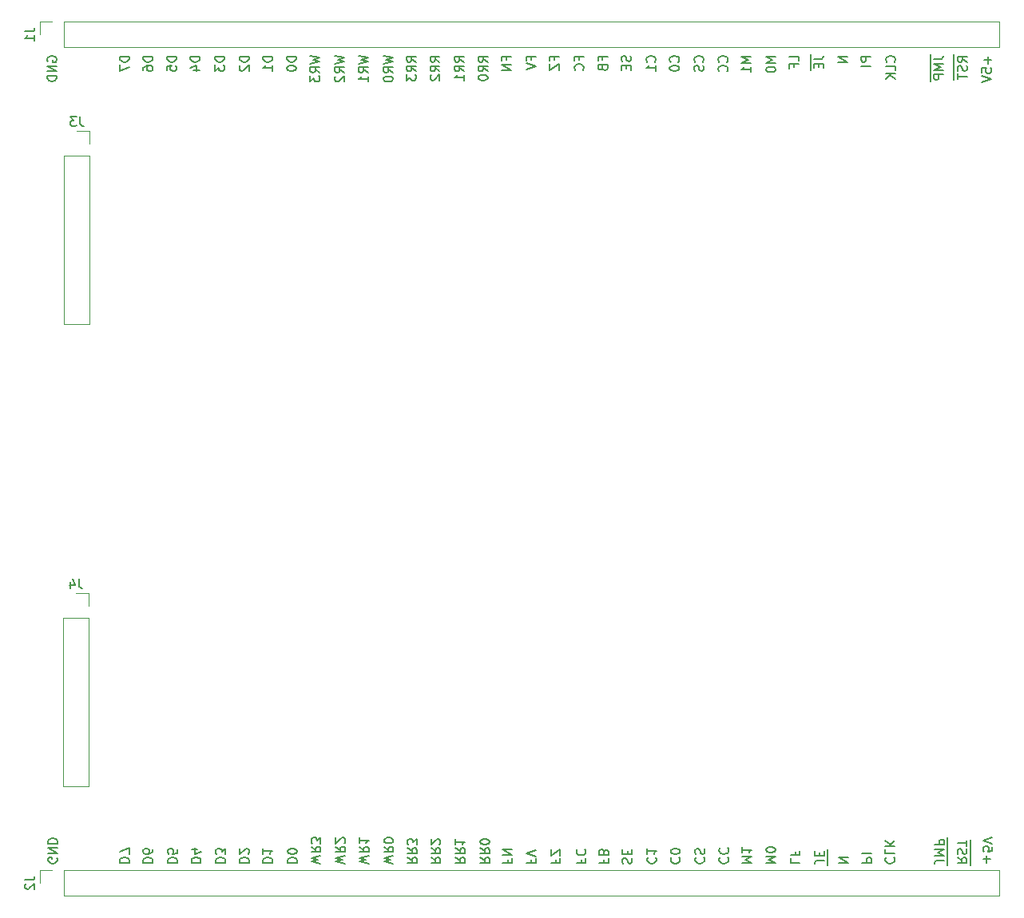
<source format=gbo>
G04 #@! TF.GenerationSoftware,KiCad,Pcbnew,(5.1.9)-1*
G04 #@! TF.CreationDate,2021-11-21T16:09:14-05:00*
G04 #@! TF.ProjectId,flags,666c6167-732e-46b6-9963-61645f706362,1.0*
G04 #@! TF.SameCoordinates,Original*
G04 #@! TF.FileFunction,Legend,Bot*
G04 #@! TF.FilePolarity,Positive*
%FSLAX46Y46*%
G04 Gerber Fmt 4.6, Leading zero omitted, Abs format (unit mm)*
G04 Created by KiCad (PCBNEW (5.1.9)-1) date 2021-11-21 16:09:14*
%MOMM*%
%LPD*%
G01*
G04 APERTURE LIST*
%ADD10C,0.150000*%
%ADD11C,0.120000*%
%ADD12O,1.700000X1.700000*%
%ADD13R,1.700000X1.700000*%
%ADD14O,1.600000X1.600000*%
%ADD15R,1.600000X1.600000*%
G04 APERTURE END LIST*
D10*
X181315000Y-134102500D02*
X181315000Y-133340595D01*
X180947619Y-133578690D02*
X180233333Y-133578690D01*
X180090476Y-133626309D01*
X179995238Y-133721547D01*
X179947619Y-133864404D01*
X179947619Y-133959642D01*
X181315000Y-133340595D02*
X181315000Y-132197738D01*
X179947619Y-133102500D02*
X180947619Y-133102500D01*
X180233333Y-132769166D01*
X180947619Y-132435833D01*
X179947619Y-132435833D01*
X181315000Y-132197738D02*
X181315000Y-131197738D01*
X179947619Y-131959642D02*
X180947619Y-131959642D01*
X180947619Y-131578690D01*
X180900000Y-131483452D01*
X180852380Y-131435833D01*
X180757142Y-131388214D01*
X180614285Y-131388214D01*
X180519047Y-131435833D01*
X180471428Y-131483452D01*
X180423809Y-131578690D01*
X180423809Y-131959642D01*
X179485000Y-48097500D02*
X179485000Y-48859404D01*
X179852380Y-48621309D02*
X180566666Y-48621309D01*
X180709523Y-48573690D01*
X180804761Y-48478452D01*
X180852380Y-48335595D01*
X180852380Y-48240357D01*
X179485000Y-48859404D02*
X179485000Y-50002261D01*
X180852380Y-49097500D02*
X179852380Y-49097500D01*
X180566666Y-49430833D01*
X179852380Y-49764166D01*
X180852380Y-49764166D01*
X179485000Y-50002261D02*
X179485000Y-51002261D01*
X180852380Y-50240357D02*
X179852380Y-50240357D01*
X179852380Y-50621309D01*
X179900000Y-50716547D01*
X179947619Y-50764166D01*
X180042857Y-50811785D01*
X180185714Y-50811785D01*
X180280952Y-50764166D01*
X180328571Y-50716547D01*
X180376190Y-50621309D01*
X180376190Y-50240357D01*
X147704761Y-48287976D02*
X147752380Y-48430833D01*
X147752380Y-48668928D01*
X147704761Y-48764166D01*
X147657142Y-48811785D01*
X147561904Y-48859404D01*
X147466666Y-48859404D01*
X147371428Y-48811785D01*
X147323809Y-48764166D01*
X147276190Y-48668928D01*
X147228571Y-48478452D01*
X147180952Y-48383214D01*
X147133333Y-48335595D01*
X147038095Y-48287976D01*
X146942857Y-48287976D01*
X146847619Y-48335595D01*
X146800000Y-48383214D01*
X146752380Y-48478452D01*
X146752380Y-48716547D01*
X146800000Y-48859404D01*
X147228571Y-49287976D02*
X147228571Y-49621309D01*
X147752380Y-49764166D02*
X147752380Y-49287976D01*
X146752380Y-49287976D01*
X146752380Y-49764166D01*
X146895238Y-133912023D02*
X146847619Y-133769166D01*
X146847619Y-133531071D01*
X146895238Y-133435833D01*
X146942857Y-133388214D01*
X147038095Y-133340595D01*
X147133333Y-133340595D01*
X147228571Y-133388214D01*
X147276190Y-133435833D01*
X147323809Y-133531071D01*
X147371428Y-133721547D01*
X147419047Y-133816785D01*
X147466666Y-133864404D01*
X147561904Y-133912023D01*
X147657142Y-133912023D01*
X147752380Y-133864404D01*
X147800000Y-133816785D01*
X147847619Y-133721547D01*
X147847619Y-133483452D01*
X147800000Y-133340595D01*
X147371428Y-132912023D02*
X147371428Y-132578690D01*
X146847619Y-132435833D02*
X146847619Y-132912023D01*
X147847619Y-132912023D01*
X147847619Y-132435833D01*
X97052380Y-48335595D02*
X96052380Y-48335595D01*
X96052380Y-48573690D01*
X96100000Y-48716547D01*
X96195238Y-48811785D01*
X96290476Y-48859404D01*
X96480952Y-48907023D01*
X96623809Y-48907023D01*
X96814285Y-48859404D01*
X96909523Y-48811785D01*
X97004761Y-48716547D01*
X97052380Y-48573690D01*
X97052380Y-48335595D01*
X96052380Y-49764166D02*
X96052380Y-49573690D01*
X96100000Y-49478452D01*
X96147619Y-49430833D01*
X96290476Y-49335595D01*
X96480952Y-49287976D01*
X96861904Y-49287976D01*
X96957142Y-49335595D01*
X97004761Y-49383214D01*
X97052380Y-49478452D01*
X97052380Y-49668928D01*
X97004761Y-49764166D01*
X96957142Y-49811785D01*
X96861904Y-49859404D01*
X96623809Y-49859404D01*
X96528571Y-49811785D01*
X96480952Y-49764166D01*
X96433333Y-49668928D01*
X96433333Y-49478452D01*
X96480952Y-49383214D01*
X96528571Y-49335595D01*
X96623809Y-49287976D01*
X116352380Y-48240357D02*
X117352380Y-48478452D01*
X116638095Y-48668928D01*
X117352380Y-48859404D01*
X116352380Y-49097500D01*
X117352380Y-50049880D02*
X116876190Y-49716547D01*
X117352380Y-49478452D02*
X116352380Y-49478452D01*
X116352380Y-49859404D01*
X116400000Y-49954642D01*
X116447619Y-50002261D01*
X116542857Y-50049880D01*
X116685714Y-50049880D01*
X116780952Y-50002261D01*
X116828571Y-49954642D01*
X116876190Y-49859404D01*
X116876190Y-49478452D01*
X116447619Y-50430833D02*
X116400000Y-50478452D01*
X116352380Y-50573690D01*
X116352380Y-50811785D01*
X116400000Y-50907023D01*
X116447619Y-50954642D01*
X116542857Y-51002261D01*
X116638095Y-51002261D01*
X116780952Y-50954642D01*
X117352380Y-50383214D01*
X117352380Y-51002261D01*
X127454761Y-48907023D02*
X126978571Y-48573690D01*
X127454761Y-48335595D02*
X126454761Y-48335595D01*
X126454761Y-48716547D01*
X126502381Y-48811785D01*
X126550000Y-48859404D01*
X126645238Y-48907023D01*
X126788095Y-48907023D01*
X126883333Y-48859404D01*
X126930952Y-48811785D01*
X126978571Y-48716547D01*
X126978571Y-48335595D01*
X127454761Y-49907023D02*
X126978571Y-49573690D01*
X127454761Y-49335595D02*
X126454761Y-49335595D01*
X126454761Y-49716547D01*
X126502381Y-49811785D01*
X126550000Y-49859404D01*
X126645238Y-49907023D01*
X126788095Y-49907023D01*
X126883333Y-49859404D01*
X126930952Y-49811785D01*
X126978571Y-49716547D01*
X126978571Y-49335595D01*
X126550000Y-50287976D02*
X126502381Y-50335595D01*
X126454761Y-50430833D01*
X126454761Y-50668928D01*
X126502381Y-50764166D01*
X126550000Y-50811785D01*
X126645238Y-50859404D01*
X126740476Y-50859404D01*
X126883333Y-50811785D01*
X127454761Y-50240357D01*
X127454761Y-50859404D01*
X94552380Y-48335595D02*
X93552380Y-48335595D01*
X93552380Y-48573690D01*
X93600000Y-48716547D01*
X93695238Y-48811785D01*
X93790476Y-48859404D01*
X93980952Y-48907023D01*
X94123809Y-48907023D01*
X94314285Y-48859404D01*
X94409523Y-48811785D01*
X94504761Y-48716547D01*
X94552380Y-48573690D01*
X94552380Y-48335595D01*
X93552380Y-49240357D02*
X93552380Y-49907023D01*
X94552380Y-49478452D01*
X124954761Y-48907023D02*
X124478571Y-48573690D01*
X124954761Y-48335595D02*
X123954761Y-48335595D01*
X123954761Y-48716547D01*
X124002381Y-48811785D01*
X124050000Y-48859404D01*
X124145238Y-48907023D01*
X124288095Y-48907023D01*
X124383333Y-48859404D01*
X124430952Y-48811785D01*
X124478571Y-48716547D01*
X124478571Y-48335595D01*
X124954761Y-49907023D02*
X124478571Y-49573690D01*
X124954761Y-49335595D02*
X123954761Y-49335595D01*
X123954761Y-49716547D01*
X124002381Y-49811785D01*
X124050000Y-49859404D01*
X124145238Y-49907023D01*
X124288095Y-49907023D01*
X124383333Y-49859404D01*
X124430952Y-49811785D01*
X124478571Y-49716547D01*
X124478571Y-49335595D01*
X123954761Y-50240357D02*
X123954761Y-50859404D01*
X124335714Y-50526071D01*
X124335714Y-50668928D01*
X124383333Y-50764166D01*
X124430952Y-50811785D01*
X124526190Y-50859404D01*
X124764285Y-50859404D01*
X124859523Y-50811785D01*
X124907142Y-50764166D01*
X124954761Y-50668928D01*
X124954761Y-50383214D01*
X124907142Y-50287976D01*
X124859523Y-50240357D01*
X112252380Y-48335595D02*
X111252380Y-48335595D01*
X111252380Y-48573690D01*
X111300000Y-48716547D01*
X111395238Y-48811785D01*
X111490476Y-48859404D01*
X111680952Y-48907023D01*
X111823809Y-48907023D01*
X112014285Y-48859404D01*
X112109523Y-48811785D01*
X112204761Y-48716547D01*
X112252380Y-48573690D01*
X112252380Y-48335595D01*
X111252380Y-49526071D02*
X111252380Y-49621309D01*
X111300000Y-49716547D01*
X111347619Y-49764166D01*
X111442857Y-49811785D01*
X111633333Y-49859404D01*
X111871428Y-49859404D01*
X112061904Y-49811785D01*
X112157142Y-49764166D01*
X112204761Y-49716547D01*
X112252380Y-49621309D01*
X112252380Y-49526071D01*
X112204761Y-49430833D01*
X112157142Y-49383214D01*
X112061904Y-49335595D01*
X111871428Y-49287976D01*
X111633333Y-49287976D01*
X111442857Y-49335595D01*
X111347619Y-49383214D01*
X111300000Y-49430833D01*
X111252380Y-49526071D01*
X137128571Y-48668928D02*
X137128571Y-48335595D01*
X137652380Y-48335595D02*
X136652380Y-48335595D01*
X136652380Y-48811785D01*
X136652380Y-49049880D02*
X137652380Y-49383214D01*
X136652380Y-49716547D01*
X113752380Y-48240357D02*
X114752380Y-48478452D01*
X114038095Y-48668928D01*
X114752380Y-48859404D01*
X113752380Y-49097500D01*
X114752380Y-50049880D02*
X114276190Y-49716547D01*
X114752380Y-49478452D02*
X113752380Y-49478452D01*
X113752380Y-49859404D01*
X113800000Y-49954642D01*
X113847619Y-50002261D01*
X113942857Y-50049880D01*
X114085714Y-50049880D01*
X114180952Y-50002261D01*
X114228571Y-49954642D01*
X114276190Y-49859404D01*
X114276190Y-49478452D01*
X113752380Y-50383214D02*
X113752380Y-51002261D01*
X114133333Y-50668928D01*
X114133333Y-50811785D01*
X114180952Y-50907023D01*
X114228571Y-50954642D01*
X114323809Y-51002261D01*
X114561904Y-51002261D01*
X114657142Y-50954642D01*
X114704761Y-50907023D01*
X114752380Y-50811785D01*
X114752380Y-50526071D01*
X114704761Y-50430833D01*
X114657142Y-50383214D01*
X104652380Y-48335595D02*
X103652380Y-48335595D01*
X103652380Y-48573690D01*
X103700000Y-48716547D01*
X103795238Y-48811785D01*
X103890476Y-48859404D01*
X104080952Y-48907023D01*
X104223809Y-48907023D01*
X104414285Y-48859404D01*
X104509523Y-48811785D01*
X104604761Y-48716547D01*
X104652380Y-48573690D01*
X104652380Y-48335595D01*
X103652380Y-49240357D02*
X103652380Y-49859404D01*
X104033333Y-49526071D01*
X104033333Y-49668928D01*
X104080952Y-49764166D01*
X104128571Y-49811785D01*
X104223809Y-49859404D01*
X104461904Y-49859404D01*
X104557142Y-49811785D01*
X104604761Y-49764166D01*
X104652380Y-49668928D01*
X104652380Y-49383214D01*
X104604761Y-49287976D01*
X104557142Y-49240357D01*
X107252380Y-48335595D02*
X106252380Y-48335595D01*
X106252380Y-48573690D01*
X106300000Y-48716547D01*
X106395238Y-48811785D01*
X106490476Y-48859404D01*
X106680952Y-48907023D01*
X106823809Y-48907023D01*
X107014285Y-48859404D01*
X107109523Y-48811785D01*
X107204761Y-48716547D01*
X107252380Y-48573690D01*
X107252380Y-48335595D01*
X106347619Y-49287976D02*
X106300000Y-49335595D01*
X106252380Y-49430833D01*
X106252380Y-49668928D01*
X106300000Y-49764166D01*
X106347619Y-49811785D01*
X106442857Y-49859404D01*
X106538095Y-49859404D01*
X106680952Y-49811785D01*
X107252380Y-49240357D01*
X107252380Y-49859404D01*
X134528571Y-48668928D02*
X134528571Y-48335595D01*
X135052380Y-48335595D02*
X134052380Y-48335595D01*
X134052380Y-48811785D01*
X135052380Y-49192738D02*
X134052380Y-49192738D01*
X135052380Y-49764166D01*
X134052380Y-49764166D01*
X102052380Y-48335595D02*
X101052380Y-48335595D01*
X101052380Y-48573690D01*
X101100000Y-48716547D01*
X101195238Y-48811785D01*
X101290476Y-48859404D01*
X101480952Y-48907023D01*
X101623809Y-48907023D01*
X101814285Y-48859404D01*
X101909523Y-48811785D01*
X102004761Y-48716547D01*
X102052380Y-48573690D01*
X102052380Y-48335595D01*
X101385714Y-49764166D02*
X102052380Y-49764166D01*
X101004761Y-49526071D02*
X101719047Y-49287976D01*
X101719047Y-49907023D01*
X130054761Y-48907023D02*
X129578571Y-48573690D01*
X130054761Y-48335595D02*
X129054761Y-48335595D01*
X129054761Y-48716547D01*
X129102381Y-48811785D01*
X129150000Y-48859404D01*
X129245238Y-48907023D01*
X129388095Y-48907023D01*
X129483333Y-48859404D01*
X129530952Y-48811785D01*
X129578571Y-48716547D01*
X129578571Y-48335595D01*
X130054761Y-49907023D02*
X129578571Y-49573690D01*
X130054761Y-49335595D02*
X129054761Y-49335595D01*
X129054761Y-49716547D01*
X129102381Y-49811785D01*
X129150000Y-49859404D01*
X129245238Y-49907023D01*
X129388095Y-49907023D01*
X129483333Y-49859404D01*
X129530952Y-49811785D01*
X129578571Y-49716547D01*
X129578571Y-49335595D01*
X130054761Y-50859404D02*
X130054761Y-50287976D01*
X130054761Y-50573690D02*
X129054761Y-50573690D01*
X129197619Y-50478452D01*
X129292857Y-50383214D01*
X129340476Y-50287976D01*
X118852380Y-48240357D02*
X119852380Y-48478452D01*
X119138095Y-48668928D01*
X119852380Y-48859404D01*
X118852380Y-49097500D01*
X119852380Y-50049880D02*
X119376190Y-49716547D01*
X119852380Y-49478452D02*
X118852380Y-49478452D01*
X118852380Y-49859404D01*
X118900000Y-49954642D01*
X118947619Y-50002261D01*
X119042857Y-50049880D01*
X119185714Y-50049880D01*
X119280952Y-50002261D01*
X119328571Y-49954642D01*
X119376190Y-49859404D01*
X119376190Y-49478452D01*
X119852380Y-51002261D02*
X119852380Y-50430833D01*
X119852380Y-50716547D02*
X118852380Y-50716547D01*
X118995238Y-50621309D01*
X119090476Y-50526071D01*
X119138095Y-50430833D01*
X121497618Y-48240357D02*
X122497618Y-48478452D01*
X121783333Y-48668928D01*
X122497618Y-48859404D01*
X121497618Y-49097500D01*
X122497618Y-50049880D02*
X122021428Y-49716547D01*
X122497618Y-49478452D02*
X121497618Y-49478452D01*
X121497618Y-49859404D01*
X121545238Y-49954642D01*
X121592857Y-50002261D01*
X121688095Y-50049880D01*
X121830952Y-50049880D01*
X121926190Y-50002261D01*
X121973809Y-49954642D01*
X122021428Y-49859404D01*
X122021428Y-49478452D01*
X121497618Y-50668928D02*
X121497618Y-50764166D01*
X121545238Y-50859404D01*
X121592857Y-50907023D01*
X121688095Y-50954642D01*
X121878571Y-51002261D01*
X122116666Y-51002261D01*
X122307142Y-50954642D01*
X122402380Y-50907023D01*
X122449999Y-50859404D01*
X122497618Y-50764166D01*
X122497618Y-50668928D01*
X122449999Y-50573690D01*
X122402380Y-50526071D01*
X122307142Y-50478452D01*
X122116666Y-50430833D01*
X121878571Y-50430833D01*
X121688095Y-50478452D01*
X121592857Y-50526071D01*
X121545238Y-50573690D01*
X121497618Y-50668928D01*
X85900000Y-48859404D02*
X85852380Y-48764166D01*
X85852380Y-48621309D01*
X85900000Y-48478452D01*
X85995238Y-48383214D01*
X86090476Y-48335595D01*
X86280952Y-48287976D01*
X86423809Y-48287976D01*
X86614285Y-48335595D01*
X86709523Y-48383214D01*
X86804761Y-48478452D01*
X86852380Y-48621309D01*
X86852380Y-48716547D01*
X86804761Y-48859404D01*
X86757142Y-48907023D01*
X86423809Y-48907023D01*
X86423809Y-48716547D01*
X86852380Y-49335595D02*
X85852380Y-49335595D01*
X86852380Y-49907023D01*
X85852380Y-49907023D01*
X86852380Y-50383214D02*
X85852380Y-50383214D01*
X85852380Y-50621309D01*
X85900000Y-50764166D01*
X85995238Y-50859404D01*
X86090476Y-50907023D01*
X86280952Y-50954642D01*
X86423809Y-50954642D01*
X86614285Y-50907023D01*
X86709523Y-50859404D01*
X86804761Y-50764166D01*
X86852380Y-50621309D01*
X86852380Y-50383214D01*
X109752380Y-48335595D02*
X108752380Y-48335595D01*
X108752380Y-48573690D01*
X108800000Y-48716547D01*
X108895238Y-48811785D01*
X108990476Y-48859404D01*
X109180952Y-48907023D01*
X109323809Y-48907023D01*
X109514285Y-48859404D01*
X109609523Y-48811785D01*
X109704761Y-48716547D01*
X109752380Y-48573690D01*
X109752380Y-48335595D01*
X109752380Y-49859404D02*
X109752380Y-49287976D01*
X109752380Y-49573690D02*
X108752380Y-49573690D01*
X108895238Y-49478452D01*
X108990476Y-49383214D01*
X109038095Y-49287976D01*
X99552380Y-48335595D02*
X98552380Y-48335595D01*
X98552380Y-48573690D01*
X98600000Y-48716547D01*
X98695238Y-48811785D01*
X98790476Y-48859404D01*
X98980952Y-48907023D01*
X99123809Y-48907023D01*
X99314285Y-48859404D01*
X99409523Y-48811785D01*
X99504761Y-48716547D01*
X99552380Y-48573690D01*
X99552380Y-48335595D01*
X98552380Y-49811785D02*
X98552380Y-49335595D01*
X99028571Y-49287976D01*
X98980952Y-49335595D01*
X98933333Y-49430833D01*
X98933333Y-49668928D01*
X98980952Y-49764166D01*
X99028571Y-49811785D01*
X99123809Y-49859404D01*
X99361904Y-49859404D01*
X99457142Y-49811785D01*
X99504761Y-49764166D01*
X99552380Y-49668928D01*
X99552380Y-49430833D01*
X99504761Y-49335595D01*
X99457142Y-49287976D01*
X132554761Y-48907023D02*
X132078571Y-48573690D01*
X132554761Y-48335595D02*
X131554761Y-48335595D01*
X131554761Y-48716547D01*
X131602381Y-48811785D01*
X131650000Y-48859404D01*
X131745238Y-48907023D01*
X131888095Y-48907023D01*
X131983333Y-48859404D01*
X132030952Y-48811785D01*
X132078571Y-48716547D01*
X132078571Y-48335595D01*
X132554761Y-49907023D02*
X132078571Y-49573690D01*
X132554761Y-49335595D02*
X131554761Y-49335595D01*
X131554761Y-49716547D01*
X131602381Y-49811785D01*
X131650000Y-49859404D01*
X131745238Y-49907023D01*
X131888095Y-49907023D01*
X131983333Y-49859404D01*
X132030952Y-49811785D01*
X132078571Y-49716547D01*
X132078571Y-49335595D01*
X131554761Y-50526071D02*
X131554761Y-50621309D01*
X131602381Y-50716547D01*
X131650000Y-50764166D01*
X131745238Y-50811785D01*
X131935714Y-50859404D01*
X132173809Y-50859404D01*
X132364285Y-50811785D01*
X132459523Y-50764166D01*
X132507142Y-50716547D01*
X132554761Y-50621309D01*
X132554761Y-50526071D01*
X132507142Y-50430833D01*
X132459523Y-50383214D01*
X132364285Y-50335595D01*
X132173809Y-50287976D01*
X131935714Y-50287976D01*
X131745238Y-50335595D01*
X131650000Y-50383214D01*
X131602381Y-50430833D01*
X131554761Y-50526071D01*
X170652380Y-48335595D02*
X169652380Y-48335595D01*
X170652380Y-48907023D01*
X169652380Y-48907023D01*
X173152380Y-48335595D02*
X172152380Y-48335595D01*
X172152380Y-48716547D01*
X172200000Y-48811785D01*
X172247619Y-48859404D01*
X172342857Y-48907023D01*
X172485714Y-48907023D01*
X172580952Y-48859404D01*
X172628571Y-48811785D01*
X172676190Y-48716547D01*
X172676190Y-48335595D01*
X173152380Y-49335595D02*
X172152380Y-49335595D01*
X181985000Y-48097500D02*
X181985000Y-49097500D01*
X183352380Y-48907023D02*
X182876190Y-48573690D01*
X183352380Y-48335595D02*
X182352380Y-48335595D01*
X182352380Y-48716547D01*
X182400000Y-48811785D01*
X182447619Y-48859404D01*
X182542857Y-48907023D01*
X182685714Y-48907023D01*
X182780952Y-48859404D01*
X182828571Y-48811785D01*
X182876190Y-48716547D01*
X182876190Y-48335595D01*
X181985000Y-49097500D02*
X181985000Y-50049880D01*
X183304761Y-49287976D02*
X183352380Y-49430833D01*
X183352380Y-49668928D01*
X183304761Y-49764166D01*
X183257142Y-49811785D01*
X183161904Y-49859404D01*
X183066666Y-49859404D01*
X182971428Y-49811785D01*
X182923809Y-49764166D01*
X182876190Y-49668928D01*
X182828571Y-49478452D01*
X182780952Y-49383214D01*
X182733333Y-49335595D01*
X182638095Y-49287976D01*
X182542857Y-49287976D01*
X182447619Y-49335595D01*
X182400000Y-49383214D01*
X182352380Y-49478452D01*
X182352380Y-49716547D01*
X182400000Y-49859404D01*
X181985000Y-50049880D02*
X181985000Y-50811785D01*
X182352380Y-50145119D02*
X182352380Y-50716547D01*
X183352380Y-50430833D02*
X182352380Y-50430833D01*
X165552380Y-48811785D02*
X165552380Y-48335595D01*
X164552380Y-48335595D01*
X165028571Y-49478452D02*
X165028571Y-49145119D01*
X165552380Y-49145119D02*
X164552380Y-49145119D01*
X164552380Y-49621309D01*
X166785000Y-48097500D02*
X166785000Y-48859404D01*
X167152380Y-48621309D02*
X167866666Y-48621309D01*
X168009523Y-48573690D01*
X168104761Y-48478452D01*
X168152380Y-48335595D01*
X168152380Y-48240357D01*
X166785000Y-48859404D02*
X166785000Y-49764166D01*
X167628571Y-49097500D02*
X167628571Y-49430833D01*
X168152380Y-49573690D02*
X168152380Y-49097500D01*
X167152380Y-49097500D01*
X167152380Y-49573690D01*
X185571428Y-48335595D02*
X185571428Y-49097500D01*
X185952380Y-48716547D02*
X185190476Y-48716547D01*
X184952380Y-50049880D02*
X184952380Y-49573690D01*
X185428571Y-49526071D01*
X185380952Y-49573690D01*
X185333333Y-49668928D01*
X185333333Y-49907023D01*
X185380952Y-50002261D01*
X185428571Y-50049880D01*
X185523809Y-50097500D01*
X185761904Y-50097500D01*
X185857142Y-50049880D01*
X185904761Y-50002261D01*
X185952380Y-49907023D01*
X185952380Y-49668928D01*
X185904761Y-49573690D01*
X185857142Y-49526071D01*
X184952380Y-50383214D02*
X185952380Y-50716547D01*
X184952380Y-51049880D01*
X150259523Y-48907023D02*
X150307142Y-48859404D01*
X150354761Y-48716547D01*
X150354761Y-48621309D01*
X150307142Y-48478452D01*
X150211904Y-48383214D01*
X150116666Y-48335595D01*
X149926190Y-48287976D01*
X149783333Y-48287976D01*
X149592857Y-48335595D01*
X149497619Y-48383214D01*
X149402381Y-48478452D01*
X149354761Y-48621309D01*
X149354761Y-48716547D01*
X149402381Y-48859404D01*
X149450000Y-48907023D01*
X150354761Y-49859404D02*
X150354761Y-49287976D01*
X150354761Y-49573690D02*
X149354761Y-49573690D01*
X149497619Y-49478452D01*
X149592857Y-49383214D01*
X149640476Y-49287976D01*
X155357142Y-48907023D02*
X155404761Y-48859404D01*
X155452380Y-48716547D01*
X155452380Y-48621309D01*
X155404761Y-48478452D01*
X155309523Y-48383214D01*
X155214285Y-48335595D01*
X155023809Y-48287976D01*
X154880952Y-48287976D01*
X154690476Y-48335595D01*
X154595238Y-48383214D01*
X154500000Y-48478452D01*
X154452380Y-48621309D01*
X154452380Y-48716547D01*
X154500000Y-48859404D01*
X154547619Y-48907023D01*
X155404761Y-49287976D02*
X155452380Y-49430833D01*
X155452380Y-49668928D01*
X155404761Y-49764166D01*
X155357142Y-49811785D01*
X155261904Y-49859404D01*
X155166666Y-49859404D01*
X155071428Y-49811785D01*
X155023809Y-49764166D01*
X154976190Y-49668928D01*
X154928571Y-49478452D01*
X154880952Y-49383214D01*
X154833333Y-49335595D01*
X154738095Y-49287976D01*
X154642857Y-49287976D01*
X154547619Y-49335595D01*
X154500000Y-49383214D01*
X154452380Y-49478452D01*
X154452380Y-49716547D01*
X154500000Y-49859404D01*
X163052380Y-48335595D02*
X162052380Y-48335595D01*
X162766666Y-48668928D01*
X162052380Y-49002261D01*
X163052380Y-49002261D01*
X162052380Y-49668928D02*
X162052380Y-49764166D01*
X162100000Y-49859404D01*
X162147619Y-49907023D01*
X162242857Y-49954642D01*
X162433333Y-50002261D01*
X162671428Y-50002261D01*
X162861904Y-49954642D01*
X162957142Y-49907023D01*
X163004761Y-49859404D01*
X163052380Y-49764166D01*
X163052380Y-49668928D01*
X163004761Y-49573690D01*
X162957142Y-49526071D01*
X162861904Y-49478452D01*
X162671428Y-49430833D01*
X162433333Y-49430833D01*
X162242857Y-49478452D01*
X162147619Y-49526071D01*
X162100000Y-49573690D01*
X162052380Y-49668928D01*
X152757142Y-48907023D02*
X152804761Y-48859404D01*
X152852380Y-48716547D01*
X152852380Y-48621309D01*
X152804761Y-48478452D01*
X152709523Y-48383214D01*
X152614285Y-48335595D01*
X152423809Y-48287976D01*
X152280952Y-48287976D01*
X152090476Y-48335595D01*
X151995238Y-48383214D01*
X151900000Y-48478452D01*
X151852380Y-48621309D01*
X151852380Y-48716547D01*
X151900000Y-48859404D01*
X151947619Y-48907023D01*
X151852380Y-49526071D02*
X151852380Y-49621309D01*
X151900000Y-49716547D01*
X151947619Y-49764166D01*
X152042857Y-49811785D01*
X152233333Y-49859404D01*
X152471428Y-49859404D01*
X152661904Y-49811785D01*
X152757142Y-49764166D01*
X152804761Y-49716547D01*
X152852380Y-49621309D01*
X152852380Y-49526071D01*
X152804761Y-49430833D01*
X152757142Y-49383214D01*
X152661904Y-49335595D01*
X152471428Y-49287976D01*
X152233333Y-49287976D01*
X152042857Y-49335595D01*
X151947619Y-49383214D01*
X151900000Y-49430833D01*
X151852380Y-49526071D01*
X160452380Y-48335595D02*
X159452380Y-48335595D01*
X160166666Y-48668928D01*
X159452380Y-49002261D01*
X160452380Y-49002261D01*
X160452380Y-50002261D02*
X160452380Y-49430833D01*
X160452380Y-49716547D02*
X159452380Y-49716547D01*
X159595238Y-49621309D01*
X159690476Y-49526071D01*
X159738095Y-49430833D01*
X175657142Y-48907023D02*
X175704761Y-48859404D01*
X175752380Y-48716547D01*
X175752380Y-48621309D01*
X175704761Y-48478452D01*
X175609523Y-48383214D01*
X175514285Y-48335595D01*
X175323809Y-48287976D01*
X175180952Y-48287976D01*
X174990476Y-48335595D01*
X174895238Y-48383214D01*
X174800000Y-48478452D01*
X174752380Y-48621309D01*
X174752380Y-48716547D01*
X174800000Y-48859404D01*
X174847619Y-48907023D01*
X175752380Y-49811785D02*
X175752380Y-49335595D01*
X174752380Y-49335595D01*
X175752380Y-50145119D02*
X174752380Y-50145119D01*
X175752380Y-50716547D02*
X175180952Y-50287976D01*
X174752380Y-50716547D02*
X175323809Y-50145119D01*
X139628571Y-48668928D02*
X139628571Y-48335595D01*
X140152380Y-48335595D02*
X139152380Y-48335595D01*
X139152380Y-48811785D01*
X139152380Y-49097500D02*
X139152380Y-49764166D01*
X140152380Y-49097500D01*
X140152380Y-49764166D01*
X144728571Y-48668928D02*
X144728571Y-48335595D01*
X145252380Y-48335595D02*
X144252380Y-48335595D01*
X144252380Y-48811785D01*
X144728571Y-49526071D02*
X144776190Y-49668928D01*
X144823809Y-49716547D01*
X144919047Y-49764166D01*
X145061904Y-49764166D01*
X145157142Y-49716547D01*
X145204761Y-49668928D01*
X145252380Y-49573690D01*
X145252380Y-49192738D01*
X144252380Y-49192738D01*
X144252380Y-49526071D01*
X144300000Y-49621309D01*
X144347619Y-49668928D01*
X144442857Y-49716547D01*
X144538095Y-49716547D01*
X144633333Y-49668928D01*
X144680952Y-49621309D01*
X144728571Y-49526071D01*
X144728571Y-49192738D01*
X142228571Y-48668928D02*
X142228571Y-48335595D01*
X142752380Y-48335595D02*
X141752380Y-48335595D01*
X141752380Y-48811785D01*
X142657142Y-49764166D02*
X142704761Y-49716547D01*
X142752380Y-49573690D01*
X142752380Y-49478452D01*
X142704761Y-49335595D01*
X142609523Y-49240357D01*
X142514285Y-49192738D01*
X142323809Y-49145119D01*
X142180952Y-49145119D01*
X141990476Y-49192738D01*
X141895238Y-49240357D01*
X141800000Y-49335595D01*
X141752380Y-49478452D01*
X141752380Y-49573690D01*
X141800000Y-49716547D01*
X141847619Y-49764166D01*
X157907142Y-48907023D02*
X157954761Y-48859404D01*
X158002380Y-48716547D01*
X158002380Y-48621309D01*
X157954761Y-48478452D01*
X157859523Y-48383214D01*
X157764285Y-48335595D01*
X157573809Y-48287976D01*
X157430952Y-48287976D01*
X157240476Y-48335595D01*
X157145238Y-48383214D01*
X157050000Y-48478452D01*
X157002380Y-48621309D01*
X157002380Y-48716547D01*
X157050000Y-48859404D01*
X157097619Y-48907023D01*
X157907142Y-49907023D02*
X157954761Y-49859404D01*
X158002380Y-49716547D01*
X158002380Y-49621309D01*
X157954761Y-49478452D01*
X157859523Y-49383214D01*
X157764285Y-49335595D01*
X157573809Y-49287976D01*
X157430952Y-49287976D01*
X157240476Y-49335595D01*
X157145238Y-49383214D01*
X157050000Y-49478452D01*
X157002380Y-49621309D01*
X157002380Y-49716547D01*
X157050000Y-49859404D01*
X157097619Y-49907023D01*
X162054762Y-133864404D02*
X163054762Y-133864404D01*
X162340476Y-133531071D01*
X163054762Y-133197738D01*
X162054762Y-133197738D01*
X163054762Y-132531071D02*
X163054762Y-132435833D01*
X163007143Y-132340595D01*
X162959523Y-132292976D01*
X162864285Y-132245357D01*
X162673809Y-132197738D01*
X162435714Y-132197738D01*
X162245238Y-132245357D01*
X162150000Y-132292976D01*
X162102381Y-132340595D01*
X162054762Y-132435833D01*
X162054762Y-132531071D01*
X162102381Y-132626309D01*
X162150000Y-132673928D01*
X162245238Y-132721547D01*
X162435714Y-132769166D01*
X162673809Y-132769166D01*
X162864285Y-132721547D01*
X162959523Y-132673928D01*
X163007143Y-132626309D01*
X163054762Y-132531071D01*
X129150000Y-133292976D02*
X129626190Y-133626309D01*
X129150000Y-133864404D02*
X130150000Y-133864404D01*
X130150000Y-133483452D01*
X130102381Y-133388214D01*
X130054761Y-133340595D01*
X129959523Y-133292976D01*
X129816666Y-133292976D01*
X129721428Y-133340595D01*
X129673809Y-133388214D01*
X129626190Y-133483452D01*
X129626190Y-133864404D01*
X129150000Y-132292976D02*
X129626190Y-132626309D01*
X129150000Y-132864404D02*
X130150000Y-132864404D01*
X130150000Y-132483452D01*
X130102381Y-132388214D01*
X130054761Y-132340595D01*
X129959523Y-132292976D01*
X129816666Y-132292976D01*
X129721428Y-132340595D01*
X129673809Y-132388214D01*
X129626190Y-132483452D01*
X129626190Y-132864404D01*
X129150000Y-131340595D02*
X129150000Y-131912023D01*
X129150000Y-131626309D02*
X130150000Y-131626309D01*
X130007142Y-131721547D01*
X129911904Y-131816785D01*
X129864285Y-131912023D01*
X154645238Y-133292976D02*
X154597619Y-133340595D01*
X154550000Y-133483452D01*
X154550000Y-133578690D01*
X154597619Y-133721547D01*
X154692857Y-133816785D01*
X154788095Y-133864404D01*
X154978571Y-133912023D01*
X155121428Y-133912023D01*
X155311904Y-133864404D01*
X155407142Y-133816785D01*
X155502381Y-133721547D01*
X155550000Y-133578690D01*
X155550000Y-133483452D01*
X155502381Y-133340595D01*
X155454761Y-133292976D01*
X154597619Y-132912023D02*
X154550000Y-132769166D01*
X154550000Y-132531071D01*
X154597619Y-132435833D01*
X154645238Y-132388214D01*
X154740476Y-132340595D01*
X154835714Y-132340595D01*
X154930952Y-132388214D01*
X154978571Y-132435833D01*
X155026190Y-132531071D01*
X155073809Y-132721547D01*
X155121428Y-132816785D01*
X155169047Y-132864404D01*
X155264285Y-132912023D01*
X155359523Y-132912023D01*
X155454761Y-132864404D01*
X155502381Y-132816785D01*
X155550000Y-132721547D01*
X155550000Y-132483452D01*
X155502381Y-132340595D01*
X86900000Y-133340595D02*
X86947619Y-133435833D01*
X86947619Y-133578690D01*
X86900000Y-133721547D01*
X86804761Y-133816785D01*
X86709523Y-133864404D01*
X86519047Y-133912023D01*
X86376190Y-133912023D01*
X86185714Y-133864404D01*
X86090476Y-133816785D01*
X85995238Y-133721547D01*
X85947619Y-133578690D01*
X85947619Y-133483452D01*
X85995238Y-133340595D01*
X86042857Y-133292976D01*
X86376190Y-133292976D01*
X86376190Y-133483452D01*
X85947619Y-132864404D02*
X86947619Y-132864404D01*
X85947619Y-132292976D01*
X86947619Y-132292976D01*
X85947619Y-131816785D02*
X86947619Y-131816785D01*
X86947619Y-131578690D01*
X86900000Y-131435833D01*
X86804761Y-131340595D01*
X86709523Y-131292976D01*
X86519047Y-131245357D01*
X86376190Y-131245357D01*
X86185714Y-131292976D01*
X86090476Y-131340595D01*
X85995238Y-131435833D01*
X85947619Y-131578690D01*
X85947619Y-131816785D01*
X142478571Y-133531071D02*
X142478571Y-133864404D01*
X141954762Y-133864404D02*
X142954762Y-133864404D01*
X142954762Y-133388214D01*
X142050000Y-132435833D02*
X142002381Y-132483452D01*
X141954762Y-132626309D01*
X141954762Y-132721547D01*
X142002381Y-132864404D01*
X142097619Y-132959642D01*
X142192857Y-133007261D01*
X142383333Y-133054880D01*
X142526190Y-133054880D01*
X142716666Y-133007261D01*
X142811904Y-132959642D01*
X142907143Y-132864404D01*
X142954762Y-132721547D01*
X142954762Y-132626309D01*
X142907143Y-132483452D01*
X142859523Y-132435833D01*
X185428571Y-133864404D02*
X185428571Y-133102500D01*
X185047619Y-133483452D02*
X185809523Y-133483452D01*
X186047619Y-132150119D02*
X186047619Y-132626309D01*
X185571428Y-132673928D01*
X185619047Y-132626309D01*
X185666666Y-132531071D01*
X185666666Y-132292976D01*
X185619047Y-132197738D01*
X185571428Y-132150119D01*
X185476190Y-132102500D01*
X185238095Y-132102500D01*
X185142857Y-132150119D01*
X185095238Y-132197738D01*
X185047619Y-132292976D01*
X185047619Y-132531071D01*
X185095238Y-132626309D01*
X185142857Y-132673928D01*
X186047619Y-131816785D02*
X185047619Y-131483452D01*
X186047619Y-131150119D01*
X137171428Y-133531071D02*
X137171428Y-133864404D01*
X136647619Y-133864404D02*
X137647619Y-133864404D01*
X137647619Y-133388214D01*
X137647619Y-133150119D02*
X136647619Y-132816785D01*
X137647619Y-132483452D01*
X114847619Y-133959642D02*
X113847619Y-133721547D01*
X114561904Y-133531071D01*
X113847619Y-133340595D01*
X114847619Y-133102500D01*
X113847619Y-132150119D02*
X114323809Y-132483452D01*
X113847619Y-132721547D02*
X114847619Y-132721547D01*
X114847619Y-132340595D01*
X114800000Y-132245357D01*
X114752380Y-132197738D01*
X114657142Y-132150119D01*
X114514285Y-132150119D01*
X114419047Y-132197738D01*
X114371428Y-132245357D01*
X114323809Y-132340595D01*
X114323809Y-132721547D01*
X114847619Y-131816785D02*
X114847619Y-131197738D01*
X114466666Y-131531071D01*
X114466666Y-131388214D01*
X114419047Y-131292976D01*
X114371428Y-131245357D01*
X114276190Y-131197738D01*
X114038095Y-131197738D01*
X113942857Y-131245357D01*
X113895238Y-131292976D01*
X113847619Y-131388214D01*
X113847619Y-131673928D01*
X113895238Y-131769166D01*
X113942857Y-131816785D01*
X93547619Y-133864404D02*
X94547619Y-133864404D01*
X94547619Y-133626309D01*
X94500000Y-133483452D01*
X94404761Y-133388214D01*
X94309523Y-133340595D01*
X94119047Y-133292976D01*
X93976190Y-133292976D01*
X93785714Y-133340595D01*
X93690476Y-133388214D01*
X93595238Y-133483452D01*
X93547619Y-133626309D01*
X93547619Y-133864404D01*
X94547619Y-132959642D02*
X94547619Y-132292976D01*
X93547619Y-132721547D01*
X134671428Y-133531071D02*
X134671428Y-133864404D01*
X134147619Y-133864404D02*
X135147619Y-133864404D01*
X135147619Y-133388214D01*
X134147619Y-133007261D02*
X135147619Y-133007261D01*
X134147619Y-132435833D01*
X135147619Y-132435833D01*
X106247619Y-133864404D02*
X107247619Y-133864404D01*
X107247619Y-133626309D01*
X107200000Y-133483452D01*
X107104761Y-133388214D01*
X107009523Y-133340595D01*
X106819047Y-133292976D01*
X106676190Y-133292976D01*
X106485714Y-133340595D01*
X106390476Y-133388214D01*
X106295238Y-133483452D01*
X106247619Y-133626309D01*
X106247619Y-133864404D01*
X107152380Y-132912023D02*
X107200000Y-132864404D01*
X107247619Y-132769166D01*
X107247619Y-132531071D01*
X107200000Y-132435833D01*
X107152380Y-132388214D01*
X107057142Y-132340595D01*
X106961904Y-132340595D01*
X106819047Y-132388214D01*
X106247619Y-132959642D01*
X106247619Y-132340595D01*
X172247619Y-133864404D02*
X173247619Y-133864404D01*
X173247619Y-133483452D01*
X173200000Y-133388214D01*
X173152380Y-133340595D01*
X173057142Y-133292976D01*
X172914285Y-133292976D01*
X172819047Y-133340595D01*
X172771428Y-133388214D01*
X172723809Y-133483452D01*
X172723809Y-133864404D01*
X172247619Y-132864404D02*
X173247619Y-132864404D01*
X98647619Y-133864404D02*
X99647619Y-133864404D01*
X99647619Y-133626309D01*
X99600000Y-133483452D01*
X99504761Y-133388214D01*
X99409523Y-133340595D01*
X99219047Y-133292976D01*
X99076190Y-133292976D01*
X98885714Y-133340595D01*
X98790476Y-133388214D01*
X98695238Y-133483452D01*
X98647619Y-133626309D01*
X98647619Y-133864404D01*
X99647619Y-132388214D02*
X99647619Y-132864404D01*
X99171428Y-132912023D01*
X99219047Y-132864404D01*
X99266666Y-132769166D01*
X99266666Y-132531071D01*
X99219047Y-132435833D01*
X99171428Y-132388214D01*
X99076190Y-132340595D01*
X98838095Y-132340595D01*
X98742857Y-132388214D01*
X98695238Y-132435833D01*
X98647619Y-132531071D01*
X98647619Y-132769166D01*
X98695238Y-132864404D01*
X98742857Y-132912023D01*
X139771428Y-133531071D02*
X139771428Y-133864404D01*
X139247619Y-133864404D02*
X140247619Y-133864404D01*
X140247619Y-133388214D01*
X140247619Y-133102500D02*
X140247619Y-132435833D01*
X139247619Y-133102500D01*
X139247619Y-132435833D01*
X152045238Y-133292976D02*
X151997619Y-133340595D01*
X151950000Y-133483452D01*
X151950000Y-133578690D01*
X151997619Y-133721547D01*
X152092857Y-133816785D01*
X152188095Y-133864404D01*
X152378571Y-133912023D01*
X152521428Y-133912023D01*
X152711904Y-133864404D01*
X152807142Y-133816785D01*
X152902381Y-133721547D01*
X152950000Y-133578690D01*
X152950000Y-133483452D01*
X152902381Y-133340595D01*
X152854761Y-133292976D01*
X152950000Y-132673928D02*
X152950000Y-132578690D01*
X152902381Y-132483452D01*
X152854761Y-132435833D01*
X152759523Y-132388214D01*
X152569047Y-132340595D01*
X152330952Y-132340595D01*
X152140476Y-132388214D01*
X152045238Y-132435833D01*
X151997619Y-132483452D01*
X151950000Y-132578690D01*
X151950000Y-132673928D01*
X151997619Y-132769166D01*
X152045238Y-132816785D01*
X152140476Y-132864404D01*
X152330952Y-132912023D01*
X152569047Y-132912023D01*
X152759523Y-132864404D01*
X152854761Y-132816785D01*
X152902381Y-132769166D01*
X152950000Y-132673928D01*
X183715000Y-134102500D02*
X183715000Y-133102500D01*
X182347619Y-133292976D02*
X182823809Y-133626309D01*
X182347619Y-133864404D02*
X183347619Y-133864404D01*
X183347619Y-133483452D01*
X183300000Y-133388214D01*
X183252380Y-133340595D01*
X183157142Y-133292976D01*
X183014285Y-133292976D01*
X182919047Y-133340595D01*
X182871428Y-133388214D01*
X182823809Y-133483452D01*
X182823809Y-133864404D01*
X183715000Y-133102500D02*
X183715000Y-132150119D01*
X182395238Y-132912023D02*
X182347619Y-132769166D01*
X182347619Y-132531071D01*
X182395238Y-132435833D01*
X182442857Y-132388214D01*
X182538095Y-132340595D01*
X182633333Y-132340595D01*
X182728571Y-132388214D01*
X182776190Y-132435833D01*
X182823809Y-132531071D01*
X182871428Y-132721547D01*
X182919047Y-132816785D01*
X182966666Y-132864404D01*
X183061904Y-132912023D01*
X183157142Y-132912023D01*
X183252380Y-132864404D01*
X183300000Y-132816785D01*
X183347619Y-132721547D01*
X183347619Y-132483452D01*
X183300000Y-132340595D01*
X183715000Y-132150119D02*
X183715000Y-131388214D01*
X183347619Y-132054880D02*
X183347619Y-131483452D01*
X182347619Y-131769166D02*
X183347619Y-131769166D01*
X122547619Y-133959642D02*
X121547619Y-133721547D01*
X122261904Y-133531071D01*
X121547619Y-133340595D01*
X122547619Y-133102500D01*
X121547619Y-132150119D02*
X122023809Y-132483452D01*
X121547619Y-132721547D02*
X122547619Y-132721547D01*
X122547619Y-132340595D01*
X122500000Y-132245357D01*
X122452380Y-132197738D01*
X122357142Y-132150119D01*
X122214285Y-132150119D01*
X122119047Y-132197738D01*
X122071428Y-132245357D01*
X122023809Y-132340595D01*
X122023809Y-132721547D01*
X122547619Y-131531071D02*
X122547619Y-131435833D01*
X122500000Y-131340595D01*
X122452380Y-131292976D01*
X122357142Y-131245357D01*
X122166666Y-131197738D01*
X121928571Y-131197738D01*
X121738095Y-131245357D01*
X121642857Y-131292976D01*
X121595238Y-131340595D01*
X121547619Y-131435833D01*
X121547619Y-131531071D01*
X121595238Y-131626309D01*
X121642857Y-131673928D01*
X121738095Y-131721547D01*
X121928571Y-131769166D01*
X122166666Y-131769166D01*
X122357142Y-131721547D01*
X122452380Y-131673928D01*
X122500000Y-131626309D01*
X122547619Y-131531071D01*
X126550000Y-133292976D02*
X127026190Y-133626309D01*
X126550000Y-133864404D02*
X127550000Y-133864404D01*
X127550000Y-133483452D01*
X127502381Y-133388214D01*
X127454761Y-133340595D01*
X127359523Y-133292976D01*
X127216666Y-133292976D01*
X127121428Y-133340595D01*
X127073809Y-133388214D01*
X127026190Y-133483452D01*
X127026190Y-133864404D01*
X126550000Y-132292976D02*
X127026190Y-132626309D01*
X126550000Y-132864404D02*
X127550000Y-132864404D01*
X127550000Y-132483452D01*
X127502381Y-132388214D01*
X127454761Y-132340595D01*
X127359523Y-132292976D01*
X127216666Y-132292976D01*
X127121428Y-132340595D01*
X127073809Y-132388214D01*
X127026190Y-132483452D01*
X127026190Y-132864404D01*
X127454761Y-131912023D02*
X127502381Y-131864404D01*
X127550000Y-131769166D01*
X127550000Y-131531071D01*
X127502381Y-131435833D01*
X127454761Y-131388214D01*
X127359523Y-131340595D01*
X127264285Y-131340595D01*
X127121428Y-131388214D01*
X126550000Y-131959642D01*
X126550000Y-131340595D01*
X124047619Y-133292976D02*
X124523809Y-133626309D01*
X124047619Y-133864404D02*
X125047619Y-133864404D01*
X125047619Y-133483452D01*
X125000000Y-133388214D01*
X124952380Y-133340595D01*
X124857142Y-133292976D01*
X124714285Y-133292976D01*
X124619047Y-133340595D01*
X124571428Y-133388214D01*
X124523809Y-133483452D01*
X124523809Y-133864404D01*
X124047619Y-132292976D02*
X124523809Y-132626309D01*
X124047619Y-132864404D02*
X125047619Y-132864404D01*
X125047619Y-132483452D01*
X125000000Y-132388214D01*
X124952380Y-132340595D01*
X124857142Y-132292976D01*
X124714285Y-132292976D01*
X124619047Y-132340595D01*
X124571428Y-132388214D01*
X124523809Y-132483452D01*
X124523809Y-132864404D01*
X125047619Y-131959642D02*
X125047619Y-131340595D01*
X124666666Y-131673928D01*
X124666666Y-131531071D01*
X124619047Y-131435833D01*
X124571428Y-131388214D01*
X124476190Y-131340595D01*
X124238095Y-131340595D01*
X124142857Y-131388214D01*
X124095238Y-131435833D01*
X124047619Y-131531071D01*
X124047619Y-131816785D01*
X124095238Y-131912023D01*
X124142857Y-131959642D01*
X131750000Y-133292976D02*
X132226190Y-133626309D01*
X131750000Y-133864404D02*
X132750000Y-133864404D01*
X132750000Y-133483452D01*
X132702381Y-133388214D01*
X132654761Y-133340595D01*
X132559523Y-133292976D01*
X132416666Y-133292976D01*
X132321428Y-133340595D01*
X132273809Y-133388214D01*
X132226190Y-133483452D01*
X132226190Y-133864404D01*
X131750000Y-132292976D02*
X132226190Y-132626309D01*
X131750000Y-132864404D02*
X132750000Y-132864404D01*
X132750000Y-132483452D01*
X132702381Y-132388214D01*
X132654761Y-132340595D01*
X132559523Y-132292976D01*
X132416666Y-132292976D01*
X132321428Y-132340595D01*
X132273809Y-132388214D01*
X132226190Y-132483452D01*
X132226190Y-132864404D01*
X132750000Y-131673928D02*
X132750000Y-131578690D01*
X132702381Y-131483452D01*
X132654761Y-131435833D01*
X132559523Y-131388214D01*
X132369047Y-131340595D01*
X132130952Y-131340595D01*
X131940476Y-131388214D01*
X131845238Y-131435833D01*
X131797619Y-131483452D01*
X131750000Y-131578690D01*
X131750000Y-131673928D01*
X131797619Y-131769166D01*
X131845238Y-131816785D01*
X131940476Y-131864404D01*
X132130952Y-131912023D01*
X132369047Y-131912023D01*
X132559523Y-131864404D01*
X132654761Y-131816785D01*
X132702381Y-131769166D01*
X132750000Y-131673928D01*
X159547619Y-133864404D02*
X160547619Y-133864404D01*
X159833333Y-133531071D01*
X160547619Y-133197738D01*
X159547619Y-133197738D01*
X159547619Y-132197738D02*
X159547619Y-132769166D01*
X159547619Y-132483452D02*
X160547619Y-132483452D01*
X160404761Y-132578690D01*
X160309523Y-132673928D01*
X160261904Y-132769166D01*
X174802381Y-133292976D02*
X174754762Y-133340595D01*
X174707143Y-133483452D01*
X174707143Y-133578690D01*
X174754762Y-133721547D01*
X174850000Y-133816785D01*
X174945238Y-133864404D01*
X175135714Y-133912023D01*
X175278571Y-133912023D01*
X175469047Y-133864404D01*
X175564285Y-133816785D01*
X175659524Y-133721547D01*
X175707143Y-133578690D01*
X175707143Y-133483452D01*
X175659524Y-133340595D01*
X175611904Y-133292976D01*
X174707143Y-132388214D02*
X174707143Y-132864404D01*
X175707143Y-132864404D01*
X174707143Y-132054880D02*
X175707143Y-132054880D01*
X174707143Y-131483452D02*
X175278571Y-131912023D01*
X175707143Y-131483452D02*
X175135714Y-132054880D01*
X108747619Y-133864404D02*
X109747619Y-133864404D01*
X109747619Y-133626309D01*
X109700000Y-133483452D01*
X109604761Y-133388214D01*
X109509523Y-133340595D01*
X109319047Y-133292976D01*
X109176190Y-133292976D01*
X108985714Y-133340595D01*
X108890476Y-133388214D01*
X108795238Y-133483452D01*
X108747619Y-133626309D01*
X108747619Y-133864404D01*
X108747619Y-132340595D02*
X108747619Y-132912023D01*
X108747619Y-132626309D02*
X109747619Y-132626309D01*
X109604761Y-132721547D01*
X109509523Y-132816785D01*
X109461904Y-132912023D01*
X149545238Y-133292976D02*
X149497619Y-133340595D01*
X149450000Y-133483452D01*
X149450000Y-133578690D01*
X149497619Y-133721547D01*
X149592857Y-133816785D01*
X149688095Y-133864404D01*
X149878571Y-133912023D01*
X150021428Y-133912023D01*
X150211904Y-133864404D01*
X150307142Y-133816785D01*
X150402381Y-133721547D01*
X150450000Y-133578690D01*
X150450000Y-133483452D01*
X150402381Y-133340595D01*
X150354761Y-133292976D01*
X149450000Y-132340595D02*
X149450000Y-132912023D01*
X149450000Y-132626309D02*
X150450000Y-132626309D01*
X150307142Y-132721547D01*
X150211904Y-132816785D01*
X150164285Y-132912023D01*
X144878571Y-133531071D02*
X144878571Y-133864404D01*
X144354762Y-133864404D02*
X145354762Y-133864404D01*
X145354762Y-133388214D01*
X144878571Y-132673928D02*
X144830952Y-132531071D01*
X144783333Y-132483452D01*
X144688095Y-132435833D01*
X144545238Y-132435833D01*
X144450000Y-132483452D01*
X144402381Y-132531071D01*
X144354762Y-132626309D01*
X144354762Y-133007261D01*
X145354762Y-133007261D01*
X145354762Y-132673928D01*
X145307143Y-132578690D01*
X145259523Y-132531071D01*
X145164285Y-132483452D01*
X145069047Y-132483452D01*
X144973809Y-132531071D01*
X144926190Y-132578690D01*
X144878571Y-132673928D01*
X144878571Y-133007261D01*
X119947619Y-133959642D02*
X118947619Y-133721547D01*
X119661904Y-133531071D01*
X118947619Y-133340595D01*
X119947619Y-133102500D01*
X118947619Y-132150119D02*
X119423809Y-132483452D01*
X118947619Y-132721547D02*
X119947619Y-132721547D01*
X119947619Y-132340595D01*
X119900000Y-132245357D01*
X119852380Y-132197738D01*
X119757142Y-132150119D01*
X119614285Y-132150119D01*
X119519047Y-132197738D01*
X119471428Y-132245357D01*
X119423809Y-132340595D01*
X119423809Y-132721547D01*
X118947619Y-131197738D02*
X118947619Y-131769166D01*
X118947619Y-131483452D02*
X119947619Y-131483452D01*
X119804761Y-131578690D01*
X119709523Y-131673928D01*
X119661904Y-131769166D01*
X164647619Y-133388214D02*
X164647619Y-133864404D01*
X165647619Y-133864404D01*
X165171428Y-132721547D02*
X165171428Y-133054880D01*
X164647619Y-133054880D02*
X165647619Y-133054880D01*
X165647619Y-132578690D01*
X96047619Y-133864404D02*
X97047619Y-133864404D01*
X97047619Y-133626309D01*
X97000000Y-133483452D01*
X96904761Y-133388214D01*
X96809523Y-133340595D01*
X96619047Y-133292976D01*
X96476190Y-133292976D01*
X96285714Y-133340595D01*
X96190476Y-133388214D01*
X96095238Y-133483452D01*
X96047619Y-133626309D01*
X96047619Y-133864404D01*
X97047619Y-132435833D02*
X97047619Y-132626309D01*
X97000000Y-132721547D01*
X96952380Y-132769166D01*
X96809523Y-132864404D01*
X96619047Y-132912023D01*
X96238095Y-132912023D01*
X96142857Y-132864404D01*
X96095238Y-132816785D01*
X96047619Y-132721547D01*
X96047619Y-132531071D01*
X96095238Y-132435833D01*
X96142857Y-132388214D01*
X96238095Y-132340595D01*
X96476190Y-132340595D01*
X96571428Y-132388214D01*
X96619047Y-132435833D01*
X96666666Y-132531071D01*
X96666666Y-132721547D01*
X96619047Y-132816785D01*
X96571428Y-132864404D01*
X96476190Y-132912023D01*
X117447619Y-133959642D02*
X116447619Y-133721547D01*
X117161904Y-133531071D01*
X116447619Y-133340595D01*
X117447619Y-133102500D01*
X116447619Y-132150119D02*
X116923809Y-132483452D01*
X116447619Y-132721547D02*
X117447619Y-132721547D01*
X117447619Y-132340595D01*
X117400000Y-132245357D01*
X117352380Y-132197738D01*
X117257142Y-132150119D01*
X117114285Y-132150119D01*
X117019047Y-132197738D01*
X116971428Y-132245357D01*
X116923809Y-132340595D01*
X116923809Y-132721547D01*
X117352380Y-131769166D02*
X117400000Y-131721547D01*
X117447619Y-131626309D01*
X117447619Y-131388214D01*
X117400000Y-131292976D01*
X117352380Y-131245357D01*
X117257142Y-131197738D01*
X117161904Y-131197738D01*
X117019047Y-131245357D01*
X116447619Y-131816785D01*
X116447619Y-131197738D01*
X111347619Y-133864404D02*
X112347619Y-133864404D01*
X112347619Y-133626309D01*
X112300000Y-133483452D01*
X112204761Y-133388214D01*
X112109523Y-133340595D01*
X111919047Y-133292976D01*
X111776190Y-133292976D01*
X111585714Y-133340595D01*
X111490476Y-133388214D01*
X111395238Y-133483452D01*
X111347619Y-133626309D01*
X111347619Y-133864404D01*
X112347619Y-132673928D02*
X112347619Y-132578690D01*
X112300000Y-132483452D01*
X112252380Y-132435833D01*
X112157142Y-132388214D01*
X111966666Y-132340595D01*
X111728571Y-132340595D01*
X111538095Y-132388214D01*
X111442857Y-132435833D01*
X111395238Y-132483452D01*
X111347619Y-132578690D01*
X111347619Y-132673928D01*
X111395238Y-132769166D01*
X111442857Y-132816785D01*
X111538095Y-132864404D01*
X111728571Y-132912023D01*
X111966666Y-132912023D01*
X112157142Y-132864404D01*
X112252380Y-132816785D01*
X112300000Y-132769166D01*
X112347619Y-132673928D01*
X101147619Y-133864404D02*
X102147619Y-133864404D01*
X102147619Y-133626309D01*
X102100000Y-133483452D01*
X102004761Y-133388214D01*
X101909523Y-133340595D01*
X101719047Y-133292976D01*
X101576190Y-133292976D01*
X101385714Y-133340595D01*
X101290476Y-133388214D01*
X101195238Y-133483452D01*
X101147619Y-133626309D01*
X101147619Y-133864404D01*
X101814285Y-132435833D02*
X101147619Y-132435833D01*
X102195238Y-132673928D02*
X101480952Y-132912023D01*
X101480952Y-132292976D01*
X169747619Y-133864404D02*
X170747619Y-133864404D01*
X169747619Y-133292976D01*
X170747619Y-133292976D01*
X103747619Y-133864404D02*
X104747619Y-133864404D01*
X104747619Y-133626309D01*
X104700000Y-133483452D01*
X104604761Y-133388214D01*
X104509523Y-133340595D01*
X104319047Y-133292976D01*
X104176190Y-133292976D01*
X103985714Y-133340595D01*
X103890476Y-133388214D01*
X103795238Y-133483452D01*
X103747619Y-133626309D01*
X103747619Y-133864404D01*
X104747619Y-132959642D02*
X104747619Y-132340595D01*
X104366666Y-132673928D01*
X104366666Y-132531071D01*
X104319047Y-132435833D01*
X104271428Y-132388214D01*
X104176190Y-132340595D01*
X103938095Y-132340595D01*
X103842857Y-132388214D01*
X103795238Y-132435833D01*
X103747619Y-132531071D01*
X103747619Y-132816785D01*
X103795238Y-132912023D01*
X103842857Y-132959642D01*
X157192857Y-133292976D02*
X157145238Y-133340595D01*
X157097619Y-133483452D01*
X157097619Y-133578690D01*
X157145238Y-133721547D01*
X157240476Y-133816785D01*
X157335714Y-133864404D01*
X157526190Y-133912023D01*
X157669047Y-133912023D01*
X157859523Y-133864404D01*
X157954761Y-133816785D01*
X158050000Y-133721547D01*
X158097619Y-133578690D01*
X158097619Y-133483452D01*
X158050000Y-133340595D01*
X158002380Y-133292976D01*
X157192857Y-132292976D02*
X157145238Y-132340595D01*
X157097619Y-132483452D01*
X157097619Y-132578690D01*
X157145238Y-132721547D01*
X157240476Y-132816785D01*
X157335714Y-132864404D01*
X157526190Y-132912023D01*
X157669047Y-132912023D01*
X157859523Y-132864404D01*
X157954761Y-132816785D01*
X158050000Y-132721547D01*
X158097619Y-132578690D01*
X158097619Y-132483452D01*
X158050000Y-132340595D01*
X158002380Y-132292976D01*
X168615000Y-134102500D02*
X168615000Y-133340595D01*
X168247619Y-133578690D02*
X167533333Y-133578690D01*
X167390476Y-133626309D01*
X167295238Y-133721547D01*
X167247619Y-133864404D01*
X167247619Y-133959642D01*
X168615000Y-133340595D02*
X168615000Y-132435833D01*
X167771428Y-133102500D02*
X167771428Y-132769166D01*
X167247619Y-132626309D02*
X167247619Y-133102500D01*
X168247619Y-133102500D01*
X168247619Y-132626309D01*
D11*
X90230000Y-105290000D02*
X88900000Y-105290000D01*
X90230000Y-106620000D02*
X90230000Y-105290000D01*
X90230000Y-107890000D02*
X87570000Y-107890000D01*
X87570000Y-107890000D02*
X87570000Y-125730000D01*
X90230000Y-107890000D02*
X90230000Y-125730000D01*
X90230000Y-125730000D02*
X87570000Y-125730000D01*
X90330000Y-56270000D02*
X89000000Y-56270000D01*
X90330000Y-57600000D02*
X90330000Y-56270000D01*
X90330000Y-58870000D02*
X87670000Y-58870000D01*
X87670000Y-58870000D02*
X87670000Y-76710000D01*
X90330000Y-58870000D02*
X90330000Y-76710000D01*
X90330000Y-76710000D02*
X87670000Y-76710000D01*
X186790000Y-134670000D02*
X186790000Y-137330000D01*
X87670000Y-134670000D02*
X186790000Y-134670000D01*
X87670000Y-137330000D02*
X186790000Y-137330000D01*
X87670000Y-134670000D02*
X87670000Y-137330000D01*
X86400000Y-134670000D02*
X85070000Y-134670000D01*
X85070000Y-134670000D02*
X85070000Y-136000000D01*
X186790000Y-44670000D02*
X186790000Y-47330000D01*
X87670000Y-44670000D02*
X186790000Y-44670000D01*
X87670000Y-47330000D02*
X186790000Y-47330000D01*
X87670000Y-44670000D02*
X87670000Y-47330000D01*
X86400000Y-44670000D02*
X85070000Y-44670000D01*
X85070000Y-44670000D02*
X85070000Y-46000000D01*
D10*
X89233333Y-103742380D02*
X89233333Y-104456666D01*
X89280952Y-104599523D01*
X89376190Y-104694761D01*
X89519047Y-104742380D01*
X89614285Y-104742380D01*
X88328571Y-104075714D02*
X88328571Y-104742380D01*
X88566666Y-103694761D02*
X88804761Y-104409047D01*
X88185714Y-104409047D01*
X89333333Y-54722380D02*
X89333333Y-55436666D01*
X89380952Y-55579523D01*
X89476190Y-55674761D01*
X89619047Y-55722380D01*
X89714285Y-55722380D01*
X88952380Y-54722380D02*
X88333333Y-54722380D01*
X88666666Y-55103333D01*
X88523809Y-55103333D01*
X88428571Y-55150952D01*
X88380952Y-55198571D01*
X88333333Y-55293809D01*
X88333333Y-55531904D01*
X88380952Y-55627142D01*
X88428571Y-55674761D01*
X88523809Y-55722380D01*
X88809523Y-55722380D01*
X88904761Y-55674761D01*
X88952380Y-55627142D01*
X83522380Y-135666666D02*
X84236666Y-135666666D01*
X84379523Y-135619047D01*
X84474761Y-135523809D01*
X84522380Y-135380952D01*
X84522380Y-135285714D01*
X83617619Y-136095238D02*
X83570000Y-136142857D01*
X83522380Y-136238095D01*
X83522380Y-136476190D01*
X83570000Y-136571428D01*
X83617619Y-136619047D01*
X83712857Y-136666666D01*
X83808095Y-136666666D01*
X83950952Y-136619047D01*
X84522380Y-136047619D01*
X84522380Y-136666666D01*
X83522380Y-45666666D02*
X84236666Y-45666666D01*
X84379523Y-45619047D01*
X84474761Y-45523809D01*
X84522380Y-45380952D01*
X84522380Y-45285714D01*
X84522380Y-46666666D02*
X84522380Y-46095238D01*
X84522380Y-46380952D02*
X83522380Y-46380952D01*
X83665238Y-46285714D01*
X83760476Y-46190476D01*
X83808095Y-46095238D01*
%LPC*%
D12*
X88900000Y-124400000D03*
X88900000Y-121860000D03*
X88900000Y-119320000D03*
X88900000Y-116780000D03*
X88900000Y-114240000D03*
X88900000Y-111700000D03*
X88900000Y-109160000D03*
D13*
X88900000Y-106620000D03*
D12*
X89000000Y-75380000D03*
X89000000Y-72840000D03*
X89000000Y-70300000D03*
X89000000Y-67760000D03*
X89000000Y-65220000D03*
X89000000Y-62680000D03*
X89000000Y-60140000D03*
D13*
X89000000Y-57600000D03*
D14*
X177520000Y-78200000D03*
X169900000Y-93440000D03*
X177520000Y-80740000D03*
X169900000Y-90900000D03*
X177520000Y-83280000D03*
X169900000Y-88360000D03*
X177520000Y-85820000D03*
X169900000Y-85820000D03*
X177520000Y-88360000D03*
X169900000Y-83280000D03*
X177520000Y-90900000D03*
X169900000Y-80740000D03*
X177520000Y-93440000D03*
D15*
X169900000Y-78200000D03*
D14*
X141700000Y-58880000D03*
X156940000Y-66500000D03*
X144240000Y-58880000D03*
X154400000Y-66500000D03*
X146780000Y-58880000D03*
X151860000Y-66500000D03*
X149320000Y-58880000D03*
X149320000Y-66500000D03*
X151860000Y-58880000D03*
X146780000Y-66500000D03*
X154400000Y-58880000D03*
X144240000Y-66500000D03*
X156940000Y-58880000D03*
D15*
X141700000Y-66500000D03*
D14*
X97300000Y-116080000D03*
X120160000Y-123700000D03*
X99840000Y-116080000D03*
X117620000Y-123700000D03*
X102380000Y-116080000D03*
X115080000Y-123700000D03*
X104920000Y-116080000D03*
X112540000Y-123700000D03*
X107460000Y-116080000D03*
X110000000Y-123700000D03*
X110000000Y-116080000D03*
X107460000Y-123700000D03*
X112540000Y-116080000D03*
X104920000Y-123700000D03*
X115080000Y-116080000D03*
X102380000Y-123700000D03*
X117620000Y-116080000D03*
X99840000Y-123700000D03*
X120160000Y-116080000D03*
D15*
X97300000Y-123700000D03*
D14*
X155620000Y-81220000D03*
X148000000Y-99000000D03*
X155620000Y-83760000D03*
X148000000Y-96460000D03*
X155620000Y-86300000D03*
X148000000Y-93920000D03*
X155620000Y-88840000D03*
X148000000Y-91380000D03*
X155620000Y-91380000D03*
X148000000Y-88840000D03*
X155620000Y-93920000D03*
X148000000Y-86300000D03*
X155620000Y-96460000D03*
X148000000Y-83760000D03*
X155620000Y-99000000D03*
D15*
X148000000Y-81220000D03*
D14*
X114020000Y-83800000D03*
X106400000Y-99040000D03*
X114020000Y-86340000D03*
X106400000Y-96500000D03*
X114020000Y-88880000D03*
X106400000Y-93960000D03*
X114020000Y-91420000D03*
X106400000Y-91420000D03*
X114020000Y-93960000D03*
X106400000Y-88880000D03*
X114020000Y-96500000D03*
X106400000Y-86340000D03*
X114020000Y-99040000D03*
D15*
X106400000Y-83800000D03*
D14*
X133220000Y-83800000D03*
X125600000Y-99040000D03*
X133220000Y-86340000D03*
X125600000Y-96500000D03*
X133220000Y-88880000D03*
X125600000Y-93960000D03*
X133220000Y-91420000D03*
X125600000Y-91420000D03*
X133220000Y-93960000D03*
X125600000Y-88880000D03*
X133220000Y-96500000D03*
X125600000Y-86340000D03*
X133220000Y-99040000D03*
D15*
X125600000Y-83800000D03*
D14*
X107300000Y-58880000D03*
X125080000Y-66500000D03*
X109840000Y-58880000D03*
X122540000Y-66500000D03*
X112380000Y-58880000D03*
X120000000Y-66500000D03*
X114920000Y-58880000D03*
X117460000Y-66500000D03*
X117460000Y-58880000D03*
X114920000Y-66500000D03*
X120000000Y-58880000D03*
X112380000Y-66500000D03*
X122540000Y-58880000D03*
X109840000Y-66500000D03*
X125080000Y-58880000D03*
D15*
X107300000Y-66500000D03*
D12*
X185460000Y-136000000D03*
X182920000Y-136000000D03*
X180380000Y-136000000D03*
X177840000Y-136000000D03*
X175300000Y-136000000D03*
X172760000Y-136000000D03*
X170220000Y-136000000D03*
X167680000Y-136000000D03*
X165140000Y-136000000D03*
X162600000Y-136000000D03*
X160060000Y-136000000D03*
X157520000Y-136000000D03*
X154980000Y-136000000D03*
X152440000Y-136000000D03*
X149900000Y-136000000D03*
X147360000Y-136000000D03*
X144820000Y-136000000D03*
X142280000Y-136000000D03*
X139740000Y-136000000D03*
X137200000Y-136000000D03*
X134660000Y-136000000D03*
X132120000Y-136000000D03*
X129580000Y-136000000D03*
X127040000Y-136000000D03*
X124500000Y-136000000D03*
X121960000Y-136000000D03*
X119420000Y-136000000D03*
X116880000Y-136000000D03*
X114340000Y-136000000D03*
X111800000Y-136000000D03*
X109260000Y-136000000D03*
X106720000Y-136000000D03*
X104180000Y-136000000D03*
X101640000Y-136000000D03*
X99100000Y-136000000D03*
X96560000Y-136000000D03*
X94020000Y-136000000D03*
X91480000Y-136000000D03*
X88940000Y-136000000D03*
D13*
X86400000Y-136000000D03*
D12*
X185460000Y-46000000D03*
X182920000Y-46000000D03*
X180380000Y-46000000D03*
X177840000Y-46000000D03*
X175300000Y-46000000D03*
X172760000Y-46000000D03*
X170220000Y-46000000D03*
X167680000Y-46000000D03*
X165140000Y-46000000D03*
X162600000Y-46000000D03*
X160060000Y-46000000D03*
X157520000Y-46000000D03*
X154980000Y-46000000D03*
X152440000Y-46000000D03*
X149900000Y-46000000D03*
X147360000Y-46000000D03*
X144820000Y-46000000D03*
X142280000Y-46000000D03*
X139740000Y-46000000D03*
X137200000Y-46000000D03*
X134660000Y-46000000D03*
X132120000Y-46000000D03*
X129580000Y-46000000D03*
X127040000Y-46000000D03*
X124500000Y-46000000D03*
X121960000Y-46000000D03*
X119420000Y-46000000D03*
X116880000Y-46000000D03*
X114340000Y-46000000D03*
X111800000Y-46000000D03*
X109260000Y-46000000D03*
X106720000Y-46000000D03*
X104180000Y-46000000D03*
X101640000Y-46000000D03*
X99100000Y-46000000D03*
X96560000Y-46000000D03*
X94020000Y-46000000D03*
X91480000Y-46000000D03*
X88940000Y-46000000D03*
D13*
X86400000Y-46000000D03*
M02*

</source>
